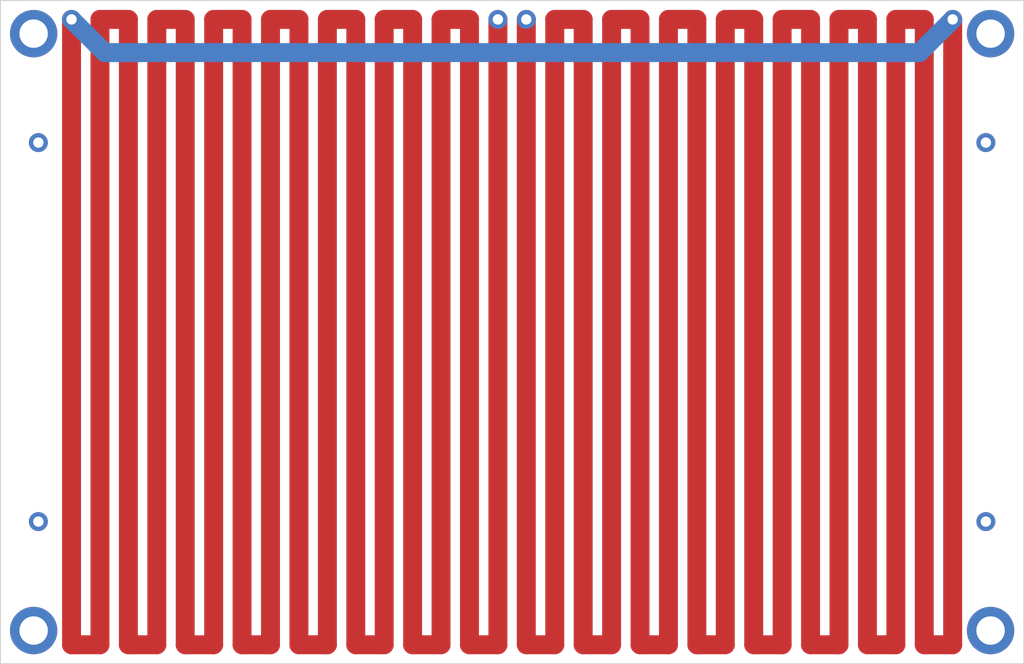
<source format=kicad_pcb>
(kicad_pcb (version 20211014) (generator pcbnew)

  (general
    (thickness 1.6)
  )

  (paper "A4")
  (layers
    (0 "F.Cu" signal)
    (31 "B.Cu" signal)
    (32 "B.Adhes" user "B.Adhesive")
    (33 "F.Adhes" user "F.Adhesive")
    (34 "B.Paste" user)
    (35 "F.Paste" user)
    (36 "B.SilkS" user "B.Silkscreen")
    (37 "F.SilkS" user "F.Silkscreen")
    (38 "B.Mask" user)
    (39 "F.Mask" user)
    (40 "Dwgs.User" user "User.Drawings")
    (41 "Cmts.User" user "User.Comments")
    (42 "Eco1.User" user "User.Eco1")
    (43 "Eco2.User" user "User.Eco2")
    (44 "Edge.Cuts" user)
    (45 "Margin" user)
    (46 "B.CrtYd" user "B.Courtyard")
    (47 "F.CrtYd" user "F.Courtyard")
    (48 "B.Fab" user)
    (49 "F.Fab" user)
    (50 "User.1" user)
    (51 "User.2" user)
    (52 "User.3" user)
    (53 "User.4" user)
    (54 "User.5" user)
    (55 "User.6" user)
    (56 "User.7" user)
    (57 "User.8" user)
    (58 "User.9" user)
  )

  (setup
    (stackup
      (layer "F.SilkS" (type "Top Silk Screen"))
      (layer "F.Paste" (type "Top Solder Paste"))
      (layer "F.Mask" (type "Top Solder Mask") (thickness 0.01))
      (layer "F.Cu" (type "copper") (thickness 0.035))
      (layer "dielectric 1" (type "core") (thickness 1.51) (material "FR4") (epsilon_r 4.5) (loss_tangent 0.02))
      (layer "B.Cu" (type "copper") (thickness 0.035))
      (layer "B.Mask" (type "Bottom Solder Mask") (thickness 0.01))
      (layer "B.Paste" (type "Bottom Solder Paste"))
      (layer "B.SilkS" (type "Bottom Silk Screen"))
      (copper_finish "None")
      (dielectric_constraints no)
    )
    (pad_to_mask_clearance 0)
    (pcbplotparams
      (layerselection 0x00010fc_ffffffff)
      (disableapertmacros false)
      (usegerberextensions false)
      (usegerberattributes true)
      (usegerberadvancedattributes true)
      (creategerberjobfile true)
      (svguseinch false)
      (svgprecision 6)
      (excludeedgelayer true)
      (plotframeref false)
      (viasonmask false)
      (mode 1)
      (useauxorigin false)
      (hpglpennumber 1)
      (hpglpenspeed 20)
      (hpglpendiameter 15.000000)
      (dxfpolygonmode true)
      (dxfimperialunits true)
      (dxfusepcbnewfont true)
      (psnegative false)
      (psa4output false)
      (plotreference true)
      (plotvalue true)
      (plotinvisibletext false)
      (sketchpadsonfab false)
      (subtractmaskfromsilk false)
      (outputformat 1)
      (mirror false)
      (drillshape 1)
      (scaleselection 1)
      (outputdirectory "")
    )
  )

  (net 0 "")

  (gr_rect (start 106 55) (end 214 125) (layer "Edge.Cuts") (width 0.1) (fill none) (tstamp 90f59ef7-927b-4274-b4b9-c410bfcacf11))

  (segment (start 167.5 123) (end 167.5 57) (width 2) (layer "F.Cu") (net 0) (tstamp 0b7fc78f-da77-4812-8015-683cb8194fd1))
  (segment (start 173.5 123) (end 176.5 123) (width 2) (layer "F.Cu") (net 0) (tstamp 0ebd4add-5479-4760-bfe2-5ef50dc83399))
  (segment (start 167.5 57) (end 164.5 57) (width 2) (layer "F.Cu") (net 0) (tstamp 196de136-bce5-4786-a66f-489e230e96fa))
  (segment (start 140.5 123) (end 137.5 123) (width 2) (layer "F.Cu") (net 0) (tstamp 2277a4a1-72af-4124-8a30-56fb79d91f8e))
  (segment (start 149.5 57) (end 149.5 123) (width 2) (layer "F.Cu") (net 0) (tstamp 266568ef-3dac-485b-ae59-561a0ae44cbe))
  (segment (start 161.5 123) (end 164.5 123) (width 2) (layer "F.Cu") (net 0) (tstamp 34782aa6-baca-4089-96aa-078868cec967))
  (segment (start 182.5 57) (end 182.5 123) (width 2) (layer "F.Cu") (net 0) (tstamp 37d7c744-f765-4d03-a90c-57715e99d75d))
  (segment (start 167.5 123) (end 170.5 123) (width 2) (layer "F.Cu") (net 0) (tstamp 40d06a90-3d46-4817-bbb7-f5b7282cad37))
  (segment (start 170.5 57) (end 170.5 123) (width 2) (layer "F.Cu") (net 0) (tstamp 40d60d47-926c-40d5-864e-40cf3c05d6ee))
  (segment (start 140.5 57) (end 140.5 123) (width 2) (layer "F.Cu") (net 0) (tstamp 51400aa6-9290-4458-8abd-7cfea3841ecd))
  (segment (start 197.5 123) (end 200.5 123) (width 2) (layer "F.Cu") (net 0) (tstamp 5af68635-2480-415c-99e5-1a48f9b29af8))
  (segment (start 191.5 57) (end 188.5 57) (width 2) (layer "F.Cu") (net 0) (tstamp 5bcb6b4b-3b97-4905-a7f7-417ea7a62f3b))
  (segment (start 125.5 57) (end 122.5 57) (width 2) (layer "F.Cu") (net 0) (tstamp 60eecdc5-c2ad-4582-89bf-67ba6ee92b19))
  (segment (start 119.5 57) (end 119.5 123) (width 2) (layer "F.Cu") (net 0) (tstamp 6197b2fd-2624-40b6-a8f1-6ad18ab7182e))
  (segment (start 125.5 57) (end 125.5 123) (width 2) (layer "F.Cu") (net 0) (tstamp 61f84231-2dfe-453d-897d-17fda93a32e1))
  (segment (start 152.5 123) (end 152.5 57) (width 2) (layer "F.Cu") (net 0) (tstamp 63299f27-24f2-4a9b-8268-3448ca6afba5))
  (segment (start 197.5 57) (end 194.5 57) (width 2) (layer "F.Cu") (net 0) (tstamp 6606ced8-a9e5-40c5-b966-01d3cdc731b1))
  (segment (start 131.5 57) (end 131.5 123) (width 2) (layer "F.Cu") (net 0) (tstamp 6895d664-d4c6-4f0e-aaca-e2406879c71f))
  (segment (start 155.5 57) (end 155.5 123) (width 2) (layer "F.Cu") (net 0) (tstamp 6a249057-2342-46fa-a287-b81c13a38af0))
  (segment (start 158.5 123) (end 155.5 123) (width 2) (layer "F.Cu") (net 0) (tstamp 6a795dc0-fd93-4fbe-8f91-225bc4871b36))
  (segment (start 206.5 57) (end 206.5 123) (width 2) (layer "F.Cu") (net 0) (tstamp 6b17e9d4-867c-4c88-b3e0-0523b5340c35))
  (segment (start 176.5 57) (end 176.5 123) (width 2) (layer "F.Cu") (net 0) (tstamp 6d1ecb52-6ab9-48f5-b619-ac501d097475))
  (segment (start 179.5 57) (end 176.5 57) (width 2) (layer "F.Cu") (net 0) (tstamp 70a173b3-fd8f-4090-a56d-8f48aa2c07b2))
  (segment (start 134.5 123) (end 134.5 57) (width 2) (layer "F.Cu") (net 0) (tstamp 7656b5a2-3f2c-49b5-9814-182ae8433ee1))
  (segment (start 131.5 57) (end 128.5 57) (width 2) (layer "F.Cu") (net 0) (tstamp 78b13da8-6e56-426e-a6d3-f89f04889166))
  (segment (start 152.5 123) (end 149.5 123) (width 2) (layer "F.Cu") (net 0) (tstamp 797b3a0a-0bd8-4f37-815f-dc7eae72d385))
  (segment (start 173.5 57) (end 173.5 123) (width 2) (layer "F.Cu") (net 0) (tstamp 7b163aef-cd98-4edf-bd8f-aa00eb0b7698))
  (segment (start 116.5 123) (end 113.5 123) (width 2) (layer "F.Cu") (net 0) (tstamp 80bf4d9a-2329-4528-b357-9c6f8962813b))
  (segment (start 137.5 57) (end 137.5 123) (width 2) (layer "F.Cu") (net 0) (tstamp 81690087-ea0d-4021-83a6-943479582b5c))
  (segment (start 203.5 57) (end 200.5 57) (width 2) (layer "F.Cu") (net 0) (tstamp 8a101e77-7c59-4b7b-b73c-3e78295868be))
  (segment (start 137.5 57) (end 134.5 57) (width 2) (layer "F.Cu") (net 0) (tstamp 8ca1fdc4-37d6-4341-a933-53ff54f31561))
  (segment (start 161.5 57) (end 161.5 123) (width 2) (layer "F.Cu") (net 0) (tstamp 921e99be-3b96-46b7-abdd-7b338a4537b3))
  (segment (start 194.5 57) (end 194.5 123) (width 2) (layer "F.Cu") (net 0) (tstamp 97b21a5a-0933-4756-913f-c163cd1a885e))
  (segment (start 146.5 123) (end 143.5 123) (width 2) (layer "F.Cu") (net 0) (tstamp 983299e9-f1e1-49c3-be4a-7958e6a801aa))
  (segment (start 191.5 123) (end 194.5 123) (width 2) (layer "F.Cu") (net 0) (tstamp 9a321016-4057-4bed-952a-10a7546a5e1f))
  (segment (start 188.5 57) (end 188.5 123) (width 2) (layer "F.Cu") (net 0) (tstamp 9a4320e9-abe3-476f-a692-6446812a676f))
  (segment (start 134.5 123) (end 131.5 123) (width 2) (layer "F.Cu") (net 0) (tstamp 9bb31309-8bb0-49df-a346-3c57522660ee))
  (segment (start 113.5 57) (end 113.5 123) (width 2) (layer "F.Cu") (net 0) (tstamp a6b9b598-364c-4c6d-8f58-7b5647b61679))
  (segment (start 197.5 57) (end 197.5 123) (width 2) (layer "F.Cu") (net 0) (tstamp a71ae90a-9f75-4a02-849c-15504b721045))
  (segment (start 203.5 123) (end 206.5 123) (width 2) (layer "F.Cu") (net 0) (tstamp ad0298a8-f8d3-423c-8748-b45b5f4f718b))
  (segment (start 185.5 123) (end 185.5 57) (width 2) (layer "F.Cu") (net 0) (tstamp b2a8718c-8b83-473d-b72d-bbbf1bae2e91))
  (segment (start 128.5 57) (end 128.5 123) (width 2) (layer "F.Cu") (net 0) (tstamp bb8fbff4-2e72-44d8-96c9-da12bfa6b01f))
  (segment (start 146.5 57) (end 146.5 123) (width 2) (layer "F.Cu") (net 0) (tstamp c2431052-f7e3-4ea8-8843-cae67580071b))
  (segment (start 149.5 57) (end 146.5 57) (width 2) (layer "F.Cu") (net 0) (tstamp c9a1f0a0-4b25-45ae-bf54-f47321e7dece))
  (segment (start 185.5 123) (end 188.5 123) (width 2) (layer "F.Cu") (net 0) (tstamp cb823306-4633-4fa6-957e-bb3416b4ba48))
  (segment (start 116.5 123) (end 116.5 57) (width 2) (layer "F.Cu") (net 0) (tstamp d2876b71-4897-4e22-9ab5-5f96e0f2a0b0))
  (segment (start 200.5 57) (end 200.5 123) (width 2) (layer "F.Cu") (net 0) (tstamp d28d7d1a-247d-45c8-964f-9be478bd81b9))
  (segment (start 173.5 57) (end 170.5 57) (width 2) (layer "F.Cu") (net 0) (tstamp d5af6d64-7ae4-4842-bf07-97b797d76c9e))
  (segment (start 155.5 57) (end 152.5 57) (width 2) (layer "F.Cu") (net 0) (tstamp d5c40eef-9223-4532-b3f5-7e159c3a5815))
  (segment (start 158.5 57) (end 158.5 123) (width 2) (layer "F.Cu") (net 0) (tstamp da04c515-22ce-489a-a010-200f3a2877a6))
  (segment (start 179.5 57) (end 179.5 123) (width 2) (layer "F.Cu") (net 0) (tstamp da73404d-3d2e-4fea-91c6-9368ec21ee1f))
  (segment (start 122.5 123) (end 119.5 123) (width 2) (layer "F.Cu") (net 0) (tstamp df0a29a1-7e24-47c7-a53b-ec2b85ddb10f))
  (segment (start 119.5 57) (end 116.5 57) (width 2) (layer "F.Cu") (net 0) (tstamp e14bc21e-cdfe-46ba-a3cf-f45e6c8fcdcf))
  (segment (start 203.5 123) (end 203.5 57) (width 2) (layer "F.Cu") (net 0) (tstamp e697fdc4-666a-4453-b21e-f5ab156ea926))
  (segment (start 128.5 123) (end 125.5 123) (width 2) (layer "F.Cu") (net 0) (tstamp e7646821-5d5f-4be9-a929-7087c316a376))
  (segment (start 143.5 57) (end 140.5 57) (width 2) (layer "F.Cu") (net 0) (tstamp e9aff8f5-2f71-4718-9a16-def5f5abcf91))
  (segment (start 185.5 57) (end 182.5 57) (width 2) (layer "F.Cu") (net 0) (tstamp f176ecdc-6357-4b2e-b394-42d452065c58))
  (segment (start 191.5 57) (end 191.5 123) (width 2) (layer "F.Cu") (net 0) (tstamp f79744f8-9632-4694-800a-b0b1eca96360))
  (segment (start 164.5 57) (end 164.5 123) (width 2) (layer "F.Cu") (net 0) (tstamp f8ad4dce-43df-4587-9f10-306396dd4889))
  (segment (start 179.5 123) (end 182.5 123) (width 2) (layer "F.Cu") (net 0) (tstamp f8f6218a-087c-4b97-a819-9abf5a5205e0))
  (segment (start 122.5 57) (end 122.5 123) (width 2) (layer "F.Cu") (net 0) (tstamp fdbcc747-851f-4de6-bdb6-b58658cbdcd0))
  (segment (start 143.5 57) (end 143.5 123) (width 2) (layer "F.Cu") (net 0) (tstamp ff6f72ea-c760-42aa-b6d4-8eb74c065069))
  (via (at 210 70) (size 2) (drill 1.1) (layers "F.Cu" "B.Cu") (free) (net 0) (tstamp 3676a5d3-6d9b-49fc-a805-5d4f7b31dced))
  (via (at 210 110) (size 2) (drill 1.1) (layers "F.Cu" "B.Cu") (free) (net 0) (tstamp 38d483f3-1577-4da4-94c4-48e1ad147f1d))
  (via (at 109.5 121.5) (size 5) (drill 3) (layers "F.Cu" "B.Cu") (free) (net 0) (tstamp 412b1f0e-f20e-4448-900b-3ca97512b0fe))
  (via (at 210.5 58.5) (size 5) (drill 3) (layers "F.Cu" "B.Cu") (free) (net 0) (tstamp 44f8d570-6d49-431e-a72b-f01ce871ecbc))
  (via (at 110 70) (size 2) (drill 1.1) (layers "F.Cu" "B.Cu") (free) (net 0) (tstamp 4e13d994-e19b-449f-a0ba-2b582019c760))
  (via (at 110 110) (size 2) (drill 1.1) (layers "F.Cu" "B.Cu") (free) (net 0) (tstamp 54fb21c6-34aa-440a-bd48-cdff9000404c))
  (via (at 161.5 57) (size 2) (drill 1.1) (layers "F.Cu" "B.Cu") (net 0) (tstamp 7363742c-afab-4001-aaec-868b8ea29dbe))
  (via (at 206.5 57) (size 2) (drill 1.1) (layers "F.Cu" "B.Cu") (net 0) (tstamp 82a5b7e5-6bc6-41d1-a4bc-2ac0341c6dcf))
  (via (at 210.5 121.5) (size 5) (drill 3) (layers "F.Cu" "B.Cu") (free) (net 0) (tstamp 8bfbf56f-d3a9-4d09-8402-17ea3a780500))
  (via (at 158.5 57) (size 2) (drill 1.1) (layers "F.Cu" "B.Cu") (net 0) (tstamp ba84eb3a-3167-4798-8a6c-78b6ba91d564))
  (via (at 109.5 58.5) (size 5) (drill 3) (layers "F.Cu" "B.Cu") (free) (net 0) (tstamp ed0a680d-ae16-406a-891f-56bc4a7f80fb))
  (via (at 113.5 57) (size 2) (drill 1.1) (layers "F.Cu" "B.Cu") (net 0) (tstamp f4910ae1-b102-4546-a644-4d4196e8247a))
  (segment (start 203 60.5) (end 117 60.5) (width 2) (layer "B.Cu") (net 0) (tstamp 085d74f1-9b77-4108-adda-50b2791d214f))
  (segment (start 117 60.5) (end 113.5 57) (width 2) (layer "B.Cu") (net 0) (tstamp 56bd4cb2-cafc-486e-974d-3132c40a7b6b))
  (segment (start 206.5 57) (end 203 60.5) (width 2) (layer "B.Cu") (net 0) (tstamp 5b6cca3f-9c9f-4aab-a34f-b1f6be4567e7))

)

</source>
